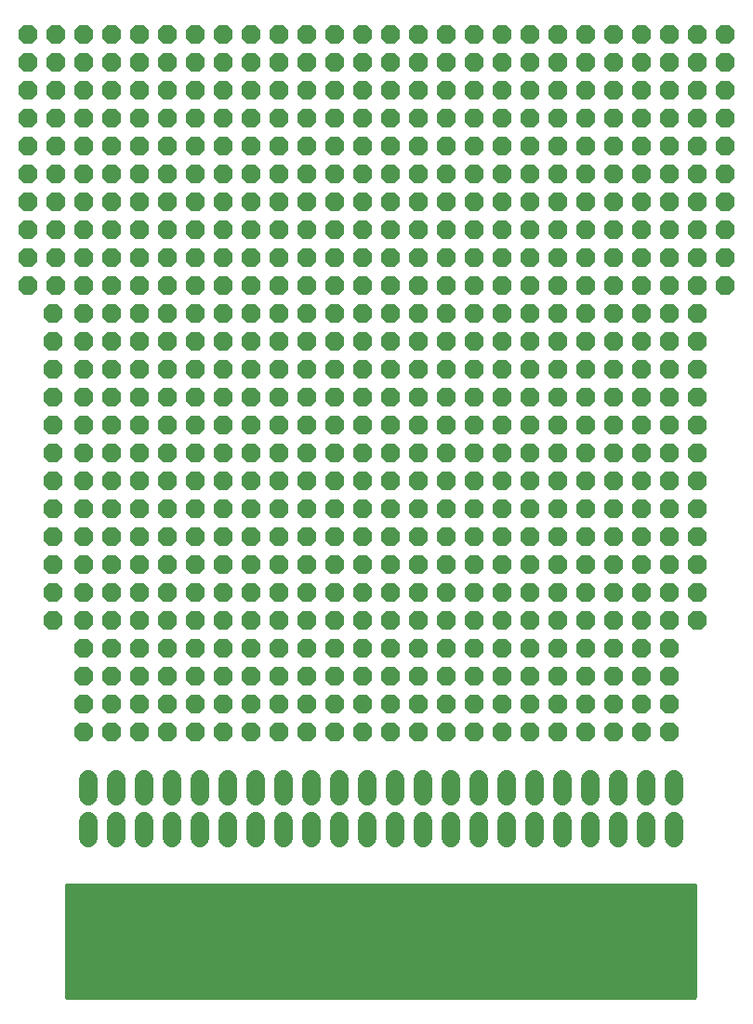
<source format=gbr>
G04 EAGLE Gerber RS-274X export*
G75*
%MOMM*%
%FSLAX34Y34*%
%LPD*%
%INSoldermask Bottom*%
%IPPOS*%
%AMOC8*
5,1,8,0,0,1.08239X$1,22.5*%
G01*
%ADD10C,1.727200*%
%ADD11C,1.545334*%
%ADD12P,1.869504X8X22.500000*%

G36*
X578122Y10417D02*
X578122Y10417D01*
X578140Y10415D01*
X578322Y10436D01*
X578505Y10455D01*
X578522Y10460D01*
X578539Y10462D01*
X578714Y10519D01*
X578890Y10573D01*
X578905Y10581D01*
X578922Y10587D01*
X579082Y10677D01*
X579244Y10765D01*
X579257Y10776D01*
X579273Y10785D01*
X579412Y10905D01*
X579553Y11022D01*
X579564Y11036D01*
X579578Y11048D01*
X579690Y11193D01*
X579805Y11336D01*
X579813Y11352D01*
X579824Y11366D01*
X579906Y11531D01*
X579991Y11693D01*
X579996Y11710D01*
X580004Y11727D01*
X580051Y11905D01*
X580102Y12080D01*
X580104Y12098D01*
X580108Y12115D01*
X580135Y12446D01*
X580135Y114046D01*
X580133Y114064D01*
X580135Y114082D01*
X580114Y114264D01*
X580095Y114447D01*
X580090Y114464D01*
X580088Y114481D01*
X580031Y114656D01*
X579977Y114832D01*
X579969Y114847D01*
X579963Y114864D01*
X579873Y115024D01*
X579785Y115186D01*
X579774Y115199D01*
X579765Y115215D01*
X579645Y115354D01*
X579528Y115495D01*
X579514Y115506D01*
X579502Y115520D01*
X579357Y115632D01*
X579214Y115747D01*
X579198Y115755D01*
X579184Y115766D01*
X579019Y115848D01*
X578857Y115933D01*
X578840Y115938D01*
X578824Y115946D01*
X578645Y115993D01*
X578470Y116044D01*
X578452Y116046D01*
X578435Y116050D01*
X578104Y116077D01*
X6604Y116077D01*
X6586Y116075D01*
X6568Y116077D01*
X6386Y116056D01*
X6203Y116037D01*
X6186Y116032D01*
X6169Y116030D01*
X5994Y115973D01*
X5818Y115919D01*
X5803Y115911D01*
X5786Y115905D01*
X5626Y115815D01*
X5464Y115727D01*
X5451Y115716D01*
X5435Y115707D01*
X5296Y115587D01*
X5155Y115470D01*
X5144Y115456D01*
X5131Y115444D01*
X5018Y115299D01*
X4903Y115156D01*
X4895Y115140D01*
X4884Y115126D01*
X4802Y114961D01*
X4717Y114799D01*
X4712Y114782D01*
X4704Y114766D01*
X4657Y114587D01*
X4606Y114412D01*
X4604Y114394D01*
X4600Y114377D01*
X4573Y114046D01*
X4573Y12446D01*
X4575Y12428D01*
X4573Y12410D01*
X4594Y12228D01*
X4613Y12045D01*
X4618Y12028D01*
X4620Y12011D01*
X4677Y11836D01*
X4731Y11660D01*
X4739Y11645D01*
X4745Y11628D01*
X4835Y11468D01*
X4923Y11306D01*
X4934Y11293D01*
X4943Y11277D01*
X5063Y11138D01*
X5180Y10997D01*
X5194Y10986D01*
X5206Y10973D01*
X5351Y10860D01*
X5494Y10745D01*
X5510Y10737D01*
X5524Y10726D01*
X5689Y10644D01*
X5851Y10559D01*
X5868Y10554D01*
X5885Y10546D01*
X6063Y10499D01*
X6238Y10448D01*
X6256Y10446D01*
X6273Y10442D01*
X6604Y10415D01*
X578104Y10415D01*
X578122Y10417D01*
G37*
D10*
X558800Y172720D02*
X558800Y157480D01*
X533400Y157480D02*
X533400Y172720D01*
X508000Y172720D02*
X508000Y157480D01*
X482600Y157480D02*
X482600Y172720D01*
X457200Y172720D02*
X457200Y157480D01*
X431800Y157480D02*
X431800Y172720D01*
X406400Y172720D02*
X406400Y157480D01*
X381000Y157480D02*
X381000Y172720D01*
X355600Y172720D02*
X355600Y157480D01*
X330200Y157480D02*
X330200Y172720D01*
X304800Y172720D02*
X304800Y157480D01*
X279400Y157480D02*
X279400Y172720D01*
X254000Y172720D02*
X254000Y157480D01*
X228600Y157480D02*
X228600Y172720D01*
X203200Y172720D02*
X203200Y157480D01*
X177800Y157480D02*
X177800Y172720D01*
X152400Y172720D02*
X152400Y157480D01*
X127000Y157480D02*
X127000Y172720D01*
X101600Y172720D02*
X101600Y157480D01*
X76200Y157480D02*
X76200Y172720D01*
X50800Y172720D02*
X50800Y157480D01*
X25400Y157480D02*
X25400Y172720D01*
X558800Y195580D02*
X558800Y210820D01*
X533400Y210820D02*
X533400Y195580D01*
X508000Y195580D02*
X508000Y210820D01*
X482600Y210820D02*
X482600Y195580D01*
X457200Y195580D02*
X457200Y210820D01*
X431800Y210820D02*
X431800Y195580D01*
X406400Y195580D02*
X406400Y210820D01*
X381000Y210820D02*
X381000Y195580D01*
X355600Y195580D02*
X355600Y210820D01*
X330200Y210820D02*
X330200Y195580D01*
X304800Y195580D02*
X304800Y210820D01*
X279400Y210820D02*
X279400Y195580D01*
X254000Y195580D02*
X254000Y210820D01*
X228600Y210820D02*
X228600Y195580D01*
X203200Y195580D02*
X203200Y210820D01*
X177800Y210820D02*
X177800Y195580D01*
X152400Y195580D02*
X152400Y210820D01*
X127000Y210820D02*
X127000Y195580D01*
X101600Y195580D02*
X101600Y210820D01*
X76200Y210820D02*
X76200Y195580D01*
X50800Y195580D02*
X50800Y210820D01*
X25400Y210820D02*
X25400Y195580D01*
D11*
X556620Y101240D02*
X560980Y101240D01*
X560980Y25760D01*
X556620Y25760D01*
X556620Y101240D01*
X556620Y40440D02*
X560980Y40440D01*
X560980Y55120D02*
X556620Y55120D01*
X556620Y69800D02*
X560980Y69800D01*
X560980Y84480D02*
X556620Y84480D01*
X556620Y99160D02*
X560980Y99160D01*
X535580Y101240D02*
X531220Y101240D01*
X535580Y101240D02*
X535580Y25760D01*
X531220Y25760D01*
X531220Y101240D01*
X531220Y40440D02*
X535580Y40440D01*
X535580Y55120D02*
X531220Y55120D01*
X531220Y69800D02*
X535580Y69800D01*
X535580Y84480D02*
X531220Y84480D01*
X531220Y99160D02*
X535580Y99160D01*
X510180Y101240D02*
X505820Y101240D01*
X510180Y101240D02*
X510180Y25760D01*
X505820Y25760D01*
X505820Y101240D01*
X505820Y40440D02*
X510180Y40440D01*
X510180Y55120D02*
X505820Y55120D01*
X505820Y69800D02*
X510180Y69800D01*
X510180Y84480D02*
X505820Y84480D01*
X505820Y99160D02*
X510180Y99160D01*
X484780Y101240D02*
X480420Y101240D01*
X484780Y101240D02*
X484780Y25760D01*
X480420Y25760D01*
X480420Y101240D01*
X480420Y40440D02*
X484780Y40440D01*
X484780Y55120D02*
X480420Y55120D01*
X480420Y69800D02*
X484780Y69800D01*
X484780Y84480D02*
X480420Y84480D01*
X480420Y99160D02*
X484780Y99160D01*
X459380Y101240D02*
X455020Y101240D01*
X459380Y101240D02*
X459380Y25760D01*
X455020Y25760D01*
X455020Y101240D01*
X455020Y40440D02*
X459380Y40440D01*
X459380Y55120D02*
X455020Y55120D01*
X455020Y69800D02*
X459380Y69800D01*
X459380Y84480D02*
X455020Y84480D01*
X455020Y99160D02*
X459380Y99160D01*
X433980Y101240D02*
X429620Y101240D01*
X433980Y101240D02*
X433980Y25760D01*
X429620Y25760D01*
X429620Y101240D01*
X429620Y40440D02*
X433980Y40440D01*
X433980Y55120D02*
X429620Y55120D01*
X429620Y69800D02*
X433980Y69800D01*
X433980Y84480D02*
X429620Y84480D01*
X429620Y99160D02*
X433980Y99160D01*
X408580Y101240D02*
X404220Y101240D01*
X408580Y101240D02*
X408580Y25760D01*
X404220Y25760D01*
X404220Y101240D01*
X404220Y40440D02*
X408580Y40440D01*
X408580Y55120D02*
X404220Y55120D01*
X404220Y69800D02*
X408580Y69800D01*
X408580Y84480D02*
X404220Y84480D01*
X404220Y99160D02*
X408580Y99160D01*
X383180Y101240D02*
X378820Y101240D01*
X383180Y101240D02*
X383180Y25760D01*
X378820Y25760D01*
X378820Y101240D01*
X378820Y40440D02*
X383180Y40440D01*
X383180Y55120D02*
X378820Y55120D01*
X378820Y69800D02*
X383180Y69800D01*
X383180Y84480D02*
X378820Y84480D01*
X378820Y99160D02*
X383180Y99160D01*
X357780Y101240D02*
X353420Y101240D01*
X357780Y101240D02*
X357780Y25760D01*
X353420Y25760D01*
X353420Y101240D01*
X353420Y40440D02*
X357780Y40440D01*
X357780Y55120D02*
X353420Y55120D01*
X353420Y69800D02*
X357780Y69800D01*
X357780Y84480D02*
X353420Y84480D01*
X353420Y99160D02*
X357780Y99160D01*
X332380Y101240D02*
X328020Y101240D01*
X332380Y101240D02*
X332380Y25760D01*
X328020Y25760D01*
X328020Y101240D01*
X328020Y40440D02*
X332380Y40440D01*
X332380Y55120D02*
X328020Y55120D01*
X328020Y69800D02*
X332380Y69800D01*
X332380Y84480D02*
X328020Y84480D01*
X328020Y99160D02*
X332380Y99160D01*
X306980Y101240D02*
X302620Y101240D01*
X306980Y101240D02*
X306980Y25760D01*
X302620Y25760D01*
X302620Y101240D01*
X302620Y40440D02*
X306980Y40440D01*
X306980Y55120D02*
X302620Y55120D01*
X302620Y69800D02*
X306980Y69800D01*
X306980Y84480D02*
X302620Y84480D01*
X302620Y99160D02*
X306980Y99160D01*
X281580Y101240D02*
X277220Y101240D01*
X281580Y101240D02*
X281580Y25760D01*
X277220Y25760D01*
X277220Y101240D01*
X277220Y40440D02*
X281580Y40440D01*
X281580Y55120D02*
X277220Y55120D01*
X277220Y69800D02*
X281580Y69800D01*
X281580Y84480D02*
X277220Y84480D01*
X277220Y99160D02*
X281580Y99160D01*
X256180Y101240D02*
X251820Y101240D01*
X256180Y101240D02*
X256180Y25760D01*
X251820Y25760D01*
X251820Y101240D01*
X251820Y40440D02*
X256180Y40440D01*
X256180Y55120D02*
X251820Y55120D01*
X251820Y69800D02*
X256180Y69800D01*
X256180Y84480D02*
X251820Y84480D01*
X251820Y99160D02*
X256180Y99160D01*
X230780Y101240D02*
X226420Y101240D01*
X230780Y101240D02*
X230780Y25760D01*
X226420Y25760D01*
X226420Y101240D01*
X226420Y40440D02*
X230780Y40440D01*
X230780Y55120D02*
X226420Y55120D01*
X226420Y69800D02*
X230780Y69800D01*
X230780Y84480D02*
X226420Y84480D01*
X226420Y99160D02*
X230780Y99160D01*
X205380Y101240D02*
X201020Y101240D01*
X205380Y101240D02*
X205380Y25760D01*
X201020Y25760D01*
X201020Y101240D01*
X201020Y40440D02*
X205380Y40440D01*
X205380Y55120D02*
X201020Y55120D01*
X201020Y69800D02*
X205380Y69800D01*
X205380Y84480D02*
X201020Y84480D01*
X201020Y99160D02*
X205380Y99160D01*
X179980Y101240D02*
X175620Y101240D01*
X179980Y101240D02*
X179980Y25760D01*
X175620Y25760D01*
X175620Y101240D01*
X175620Y40440D02*
X179980Y40440D01*
X179980Y55120D02*
X175620Y55120D01*
X175620Y69800D02*
X179980Y69800D01*
X179980Y84480D02*
X175620Y84480D01*
X175620Y99160D02*
X179980Y99160D01*
X154580Y101240D02*
X150220Y101240D01*
X154580Y101240D02*
X154580Y25760D01*
X150220Y25760D01*
X150220Y101240D01*
X150220Y40440D02*
X154580Y40440D01*
X154580Y55120D02*
X150220Y55120D01*
X150220Y69800D02*
X154580Y69800D01*
X154580Y84480D02*
X150220Y84480D01*
X150220Y99160D02*
X154580Y99160D01*
X129180Y101240D02*
X124820Y101240D01*
X129180Y101240D02*
X129180Y25760D01*
X124820Y25760D01*
X124820Y101240D01*
X124820Y40440D02*
X129180Y40440D01*
X129180Y55120D02*
X124820Y55120D01*
X124820Y69800D02*
X129180Y69800D01*
X129180Y84480D02*
X124820Y84480D01*
X124820Y99160D02*
X129180Y99160D01*
X103780Y101240D02*
X99420Y101240D01*
X103780Y101240D02*
X103780Y25760D01*
X99420Y25760D01*
X99420Y101240D01*
X99420Y40440D02*
X103780Y40440D01*
X103780Y55120D02*
X99420Y55120D01*
X99420Y69800D02*
X103780Y69800D01*
X103780Y84480D02*
X99420Y84480D01*
X99420Y99160D02*
X103780Y99160D01*
X78380Y101240D02*
X74020Y101240D01*
X78380Y101240D02*
X78380Y25760D01*
X74020Y25760D01*
X74020Y101240D01*
X74020Y40440D02*
X78380Y40440D01*
X78380Y55120D02*
X74020Y55120D01*
X74020Y69800D02*
X78380Y69800D01*
X78380Y84480D02*
X74020Y84480D01*
X74020Y99160D02*
X78380Y99160D01*
X52980Y101240D02*
X48620Y101240D01*
X52980Y101240D02*
X52980Y25760D01*
X48620Y25760D01*
X48620Y101240D01*
X48620Y40440D02*
X52980Y40440D01*
X52980Y55120D02*
X48620Y55120D01*
X48620Y69800D02*
X52980Y69800D01*
X52980Y84480D02*
X48620Y84480D01*
X48620Y99160D02*
X52980Y99160D01*
X27580Y101240D02*
X23220Y101240D01*
X27580Y101240D02*
X27580Y25760D01*
X23220Y25760D01*
X23220Y101240D01*
X23220Y40440D02*
X27580Y40440D01*
X27580Y55120D02*
X23220Y55120D01*
X23220Y69800D02*
X27580Y69800D01*
X27580Y84480D02*
X23220Y84480D01*
X23220Y99160D02*
X27580Y99160D01*
D12*
X555244Y431546D03*
X555244Y406146D03*
X555244Y380746D03*
X555244Y355346D03*
X555244Y329946D03*
X555244Y304546D03*
X555244Y279146D03*
X529844Y253746D03*
X555244Y253746D03*
X504444Y253746D03*
X529844Y279146D03*
X479044Y253746D03*
X529844Y304546D03*
X504444Y279146D03*
X453644Y253746D03*
X504444Y304546D03*
X479044Y279146D03*
X479044Y304546D03*
X453644Y279146D03*
X453644Y304546D03*
X428244Y304546D03*
X428244Y253746D03*
X428244Y279146D03*
X402844Y304546D03*
X402844Y253746D03*
X402844Y279146D03*
X377444Y304546D03*
X377444Y253746D03*
X377444Y279146D03*
X352044Y304546D03*
X352044Y253746D03*
X352044Y279146D03*
X326644Y304546D03*
X326644Y253746D03*
X326644Y279146D03*
X301244Y304546D03*
X301244Y253746D03*
X301244Y279146D03*
X275844Y304546D03*
X275844Y253746D03*
X275844Y279146D03*
X250444Y304546D03*
X250444Y253746D03*
X250444Y279146D03*
X225044Y304546D03*
X225044Y253746D03*
X225044Y279146D03*
X199644Y304546D03*
X199644Y253746D03*
X199644Y279146D03*
X174244Y304546D03*
X174244Y253746D03*
X174244Y279146D03*
X148844Y304546D03*
X148844Y253746D03*
X148844Y279146D03*
X123444Y304546D03*
X123444Y253746D03*
X123444Y279146D03*
X98044Y304546D03*
X98044Y253746D03*
X98044Y279146D03*
X72644Y304546D03*
X72644Y253746D03*
X72644Y279146D03*
X21844Y304546D03*
X47244Y304546D03*
X21844Y253746D03*
X47244Y253746D03*
X21844Y279146D03*
X47244Y279146D03*
X529844Y329946D03*
X504444Y329946D03*
X479044Y329946D03*
X453644Y329946D03*
X428244Y329946D03*
X402844Y329946D03*
X377444Y329946D03*
X352044Y329946D03*
X326644Y329946D03*
X301244Y329946D03*
X275844Y329946D03*
X250444Y329946D03*
X225044Y329946D03*
X199644Y329946D03*
X174244Y329946D03*
X148844Y329946D03*
X123444Y329946D03*
X98044Y329946D03*
X72644Y329946D03*
X21844Y329946D03*
X47244Y329946D03*
X529844Y355346D03*
X504444Y355346D03*
X479044Y355346D03*
X453644Y355346D03*
X428244Y355346D03*
X402844Y355346D03*
X377444Y355346D03*
X352044Y355346D03*
X326644Y355346D03*
X301244Y355346D03*
X275844Y355346D03*
X250444Y355346D03*
X225044Y355346D03*
X199644Y355346D03*
X174244Y355346D03*
X148844Y355346D03*
X123444Y355346D03*
X98044Y355346D03*
X72644Y355346D03*
X21844Y355346D03*
X47244Y355346D03*
X529844Y380746D03*
X504444Y380746D03*
X479044Y380746D03*
X453644Y380746D03*
X428244Y380746D03*
X402844Y380746D03*
X377444Y380746D03*
X352044Y380746D03*
X326644Y380746D03*
X301244Y380746D03*
X275844Y380746D03*
X250444Y380746D03*
X225044Y380746D03*
X199644Y380746D03*
X174244Y380746D03*
X148844Y380746D03*
X123444Y380746D03*
X98044Y380746D03*
X72644Y380746D03*
X21844Y380746D03*
X47244Y380746D03*
X529844Y406146D03*
X504444Y406146D03*
X479044Y406146D03*
X453644Y406146D03*
X428244Y406146D03*
X402844Y406146D03*
X377444Y406146D03*
X352044Y406146D03*
X326644Y406146D03*
X301244Y406146D03*
X275844Y406146D03*
X250444Y406146D03*
X225044Y406146D03*
X199644Y406146D03*
X174244Y406146D03*
X148844Y406146D03*
X123444Y406146D03*
X98044Y406146D03*
X72644Y406146D03*
X21844Y406146D03*
X47244Y406146D03*
X529844Y431546D03*
X504444Y431546D03*
X479044Y431546D03*
X453644Y431546D03*
X428244Y431546D03*
X402844Y431546D03*
X377444Y431546D03*
X352044Y431546D03*
X326644Y431546D03*
X250444Y431546D03*
X225044Y431546D03*
X199644Y431546D03*
X174244Y431546D03*
X148844Y431546D03*
X123444Y431546D03*
X98044Y431546D03*
X72644Y431546D03*
X21844Y431546D03*
X47244Y431546D03*
X555244Y812546D03*
X555244Y787146D03*
X555244Y761746D03*
X555244Y736346D03*
X555244Y710946D03*
X555244Y685546D03*
X555244Y660146D03*
X555244Y634746D03*
X555244Y609346D03*
X555244Y583946D03*
X555244Y558546D03*
X555244Y533146D03*
X555244Y507746D03*
X555244Y482346D03*
X529844Y456946D03*
X555244Y456946D03*
X504444Y456946D03*
X479044Y456946D03*
X453644Y456946D03*
X428244Y456946D03*
X402844Y456946D03*
X377444Y456946D03*
X352044Y456946D03*
X326644Y456946D03*
X250444Y456946D03*
X225044Y456946D03*
X199644Y456946D03*
X174244Y456946D03*
X148844Y456946D03*
X123444Y456946D03*
X98044Y456946D03*
X72644Y456946D03*
X21844Y456946D03*
X47244Y456946D03*
X529844Y482346D03*
X504444Y482346D03*
X479044Y482346D03*
X453644Y482346D03*
X428244Y482346D03*
X402844Y482346D03*
X377444Y482346D03*
X352044Y482346D03*
X326644Y482346D03*
X250444Y482346D03*
X275844Y482346D03*
X275844Y431546D03*
X275844Y456946D03*
X301244Y482346D03*
X301244Y431546D03*
X301244Y456946D03*
X225044Y482346D03*
X199644Y482346D03*
X174244Y482346D03*
X148844Y482346D03*
X123444Y482346D03*
X98044Y482346D03*
X72644Y482346D03*
X21844Y482346D03*
X47244Y482346D03*
X529844Y507746D03*
X504444Y507746D03*
X479044Y507746D03*
X453644Y507746D03*
X428244Y507746D03*
X402844Y507746D03*
X377444Y507746D03*
X352044Y507746D03*
X326644Y507746D03*
X301244Y507746D03*
X275844Y507746D03*
X250444Y507746D03*
X225044Y507746D03*
X199644Y507746D03*
X174244Y507746D03*
X148844Y507746D03*
X123444Y507746D03*
X98044Y507746D03*
X72644Y507746D03*
X21844Y507746D03*
X47244Y507746D03*
X529844Y533146D03*
X504444Y533146D03*
X479044Y533146D03*
X453644Y533146D03*
X428244Y533146D03*
X402844Y533146D03*
X377444Y533146D03*
X352044Y533146D03*
X326644Y533146D03*
X301244Y533146D03*
X275844Y533146D03*
X250444Y533146D03*
X225044Y533146D03*
X199644Y533146D03*
X174244Y533146D03*
X148844Y533146D03*
X123444Y533146D03*
X98044Y533146D03*
X72644Y533146D03*
X21844Y533146D03*
X47244Y533146D03*
X529844Y558546D03*
X504444Y558546D03*
X479044Y558546D03*
X453644Y558546D03*
X428244Y558546D03*
X402844Y558546D03*
X377444Y558546D03*
X352044Y558546D03*
X326644Y558546D03*
X301244Y558546D03*
X275844Y558546D03*
X250444Y558546D03*
X225044Y558546D03*
X199644Y558546D03*
X174244Y558546D03*
X148844Y558546D03*
X123444Y558546D03*
X98044Y558546D03*
X72644Y558546D03*
X21844Y558546D03*
X47244Y558546D03*
X529844Y583946D03*
X504444Y583946D03*
X479044Y583946D03*
X453644Y583946D03*
X428244Y583946D03*
X402844Y583946D03*
X377444Y583946D03*
X352044Y583946D03*
X326644Y583946D03*
X301244Y583946D03*
X275844Y583946D03*
X250444Y583946D03*
X225044Y583946D03*
X199644Y583946D03*
X174244Y583946D03*
X148844Y583946D03*
X123444Y583946D03*
X98044Y583946D03*
X72644Y583946D03*
X21844Y583946D03*
X47244Y583946D03*
X529844Y609346D03*
X504444Y609346D03*
X479044Y609346D03*
X453644Y609346D03*
X428244Y609346D03*
X402844Y609346D03*
X377444Y609346D03*
X352044Y609346D03*
X326644Y609346D03*
X301244Y609346D03*
X275844Y609346D03*
X250444Y609346D03*
X225044Y609346D03*
X199644Y609346D03*
X174244Y609346D03*
X148844Y609346D03*
X123444Y609346D03*
X98044Y609346D03*
X72644Y609346D03*
X21844Y609346D03*
X47244Y609346D03*
X529844Y634746D03*
X504444Y634746D03*
X479044Y634746D03*
X453644Y634746D03*
X428244Y634746D03*
X402844Y634746D03*
X377444Y634746D03*
X352044Y634746D03*
X326644Y634746D03*
X301244Y634746D03*
X275844Y634746D03*
X250444Y634746D03*
X225044Y634746D03*
X199644Y634746D03*
X174244Y634746D03*
X148844Y634746D03*
X123444Y634746D03*
X98044Y634746D03*
X72644Y634746D03*
X21844Y634746D03*
X47244Y634746D03*
X529844Y660146D03*
X504444Y660146D03*
X479044Y660146D03*
X453644Y660146D03*
X428244Y660146D03*
X402844Y660146D03*
X377444Y660146D03*
X352044Y660146D03*
X326644Y660146D03*
X301244Y660146D03*
X275844Y660146D03*
X250444Y660146D03*
X225044Y660146D03*
X199644Y660146D03*
X174244Y660146D03*
X148844Y660146D03*
X123444Y660146D03*
X98044Y660146D03*
X72644Y660146D03*
X47244Y660146D03*
X529844Y685546D03*
X504444Y685546D03*
X479044Y685546D03*
X453644Y685546D03*
X428244Y685546D03*
X402844Y685546D03*
X377444Y685546D03*
X352044Y685546D03*
X326644Y685546D03*
X301244Y685546D03*
X275844Y685546D03*
X250444Y685546D03*
X225044Y685546D03*
X199644Y685546D03*
X174244Y685546D03*
X148844Y685546D03*
X123444Y685546D03*
X98044Y685546D03*
X72644Y685546D03*
X21844Y660146D03*
X47244Y685546D03*
X529844Y710946D03*
X504444Y710946D03*
X479044Y710946D03*
X453644Y710946D03*
X428244Y710946D03*
X402844Y710946D03*
X377444Y710946D03*
X352044Y710946D03*
X326644Y710946D03*
X301244Y710946D03*
X275844Y710946D03*
X250444Y710946D03*
X225044Y710946D03*
X199644Y710946D03*
X174244Y710946D03*
X148844Y710946D03*
X123444Y710946D03*
X98044Y710946D03*
X72644Y710946D03*
X21844Y685546D03*
X47244Y710946D03*
X529844Y736346D03*
X504444Y736346D03*
X479044Y736346D03*
X453644Y736346D03*
X428244Y736346D03*
X402844Y736346D03*
X377444Y736346D03*
X352044Y736346D03*
X326644Y736346D03*
X301244Y736346D03*
X275844Y736346D03*
X250444Y736346D03*
X225044Y736346D03*
X199644Y736346D03*
X174244Y736346D03*
X148844Y736346D03*
X123444Y736346D03*
X98044Y736346D03*
X72644Y736346D03*
X21844Y710946D03*
X47244Y736346D03*
X529844Y812546D03*
X504444Y812546D03*
X479044Y812546D03*
X453644Y812546D03*
X428244Y812546D03*
X402844Y812546D03*
X377444Y812546D03*
X352044Y812546D03*
X326644Y812546D03*
X301244Y812546D03*
X275844Y812546D03*
X250444Y812546D03*
X225044Y812546D03*
X199644Y812546D03*
X174244Y812546D03*
X148844Y812546D03*
X123444Y812546D03*
X98044Y812546D03*
X72644Y812546D03*
X21844Y812546D03*
X47244Y812546D03*
X529844Y761746D03*
X504444Y761746D03*
X479044Y761746D03*
X453644Y761746D03*
X428244Y761746D03*
X402844Y761746D03*
X377444Y761746D03*
X352044Y761746D03*
X326644Y761746D03*
X301244Y761746D03*
X275844Y761746D03*
X250444Y761746D03*
X225044Y761746D03*
X199644Y761746D03*
X174244Y761746D03*
X148844Y761746D03*
X123444Y761746D03*
X98044Y761746D03*
X72644Y761746D03*
X21844Y736346D03*
X47244Y761746D03*
X529844Y787146D03*
X504444Y787146D03*
X479044Y787146D03*
X453644Y787146D03*
X428244Y787146D03*
X402844Y787146D03*
X377444Y787146D03*
X352044Y787146D03*
X326644Y787146D03*
X301244Y787146D03*
X275844Y787146D03*
X250444Y787146D03*
X225044Y787146D03*
X199644Y787146D03*
X174244Y787146D03*
X148844Y787146D03*
X123444Y787146D03*
X98044Y787146D03*
X72644Y787146D03*
X47244Y787146D03*
X21844Y761746D03*
X21844Y787146D03*
X555244Y888746D03*
X555244Y863346D03*
X555244Y837946D03*
X529844Y888746D03*
X504444Y888746D03*
X479044Y888746D03*
X453644Y888746D03*
X428244Y888746D03*
X402844Y888746D03*
X377444Y888746D03*
X352044Y888746D03*
X326644Y888746D03*
X301244Y888746D03*
X275844Y888746D03*
X250444Y888746D03*
X225044Y888746D03*
X199644Y888746D03*
X174244Y888746D03*
X148844Y888746D03*
X123444Y888746D03*
X98044Y888746D03*
X72644Y888746D03*
X21844Y888746D03*
X47244Y888746D03*
X529844Y837946D03*
X504444Y837946D03*
X479044Y837946D03*
X453644Y837946D03*
X428244Y837946D03*
X402844Y837946D03*
X377444Y837946D03*
X352044Y837946D03*
X326644Y837946D03*
X301244Y837946D03*
X275844Y837946D03*
X250444Y837946D03*
X225044Y837946D03*
X199644Y837946D03*
X174244Y837946D03*
X148844Y837946D03*
X123444Y837946D03*
X98044Y837946D03*
X72644Y837946D03*
X47244Y837946D03*
X529844Y863346D03*
X504444Y863346D03*
X479044Y863346D03*
X453644Y863346D03*
X428244Y863346D03*
X402844Y863346D03*
X377444Y863346D03*
X352044Y863346D03*
X326644Y863346D03*
X301244Y863346D03*
X275844Y863346D03*
X250444Y863346D03*
X225044Y863346D03*
X199644Y863346D03*
X174244Y863346D03*
X148844Y863346D03*
X123444Y863346D03*
X98044Y863346D03*
X72644Y863346D03*
X47244Y863346D03*
X21844Y837946D03*
X21844Y863346D03*
X-3556Y660146D03*
X-28956Y660146D03*
X-3556Y685546D03*
X-28956Y685546D03*
X-3556Y710946D03*
X-28956Y710946D03*
X-3556Y736346D03*
X-28956Y812546D03*
X-3556Y812546D03*
X-28956Y736346D03*
X-3556Y761746D03*
X-3556Y787146D03*
X-28956Y761746D03*
X-28956Y787146D03*
X-28956Y888746D03*
X-3556Y888746D03*
X-3556Y837946D03*
X-3556Y863346D03*
X-28956Y837946D03*
X-28956Y863346D03*
X606044Y660146D03*
X580644Y660146D03*
X606044Y685546D03*
X580644Y685546D03*
X606044Y710946D03*
X580644Y710946D03*
X606044Y736346D03*
X580644Y812546D03*
X606044Y812546D03*
X580644Y736346D03*
X606044Y761746D03*
X606044Y787146D03*
X580644Y761746D03*
X580644Y787146D03*
X580644Y888746D03*
X606044Y888746D03*
X606044Y837946D03*
X606044Y863346D03*
X580644Y837946D03*
X580644Y863346D03*
X-6096Y355346D03*
X-6096Y380746D03*
X-6096Y406146D03*
X-6096Y431546D03*
X-6096Y456946D03*
X-6096Y482346D03*
X-6096Y507746D03*
X-6096Y533146D03*
X-6096Y558546D03*
X-6096Y583946D03*
X-6096Y609346D03*
X-6096Y634746D03*
X580644Y355346D03*
X580644Y380746D03*
X580644Y406146D03*
X580644Y431546D03*
X580644Y456946D03*
X580644Y482346D03*
X580644Y507746D03*
X580644Y533146D03*
X580644Y558546D03*
X580644Y583946D03*
X580644Y609346D03*
X580644Y634746D03*
M02*

</source>
